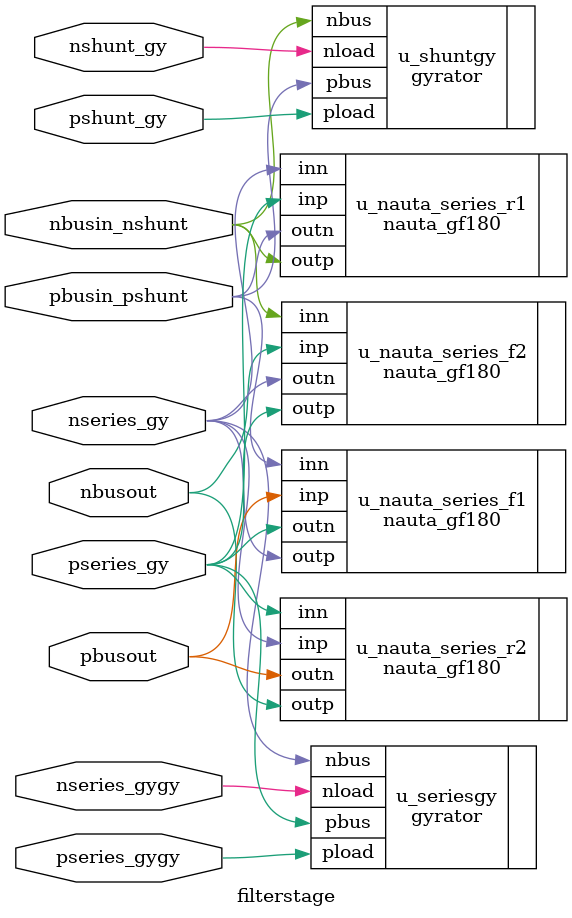
<source format=v>
module filterstage(
    inout pbusin_pshunt,
    inout pbusout,
    inout nbusin_nshunt,
    inout nbusout,
    inout pshunt_gy,
    inout nshunt_gy,
    inout pseries_gy,
    inout nseries_gy,
    inout pseries_gygy,
    inout nseries_gygy
);

    (* keep *) gyrator u_shuntgy(
        .pbus(pbusin_pshunt),
        .nbus(nbusin_nshunt),
        .pload(pshunt_gy),
        .nload(nshunt_gy)
    );

    (* keep *) nauta_gf180 u_nauta_series_r1(
        .inp (pseries_gy),
        .inn (nseries_gy),
        .outp(nbusin_nshunt),
        .outn(pbusin_pshunt)
    );

    (* keep *) nauta_gf180 u_nauta_series_f1(
        .inp (pbusout),
        .inn (pbusin_pshunt),
        .outp(nseries_gy),
        .outn(pseries_gy)
    );

    (* keep *) nauta_gf180 u_nauta_series_f2(
        .inp (nbusout),
        .inn (nbusin_nshunt),
        .outp(pseries_gy),
        .outn(nseries_gy)
    );

    (* keep *) nauta_gf180 u_nauta_series_r2(
        .inp (nseries_gy),
        .inn (pseries_gy),
        .outp(nbusout),
        .outn(pbusout)
    );

    (* keep *) gyrator u_seriesgy(
        .pbus(pseries_gy),
        .nbus(nseries_gy),
        .pload(pseries_gygy),
        .nload(nseries_gygy)
    );


endmodule /* filterstage */

</source>
